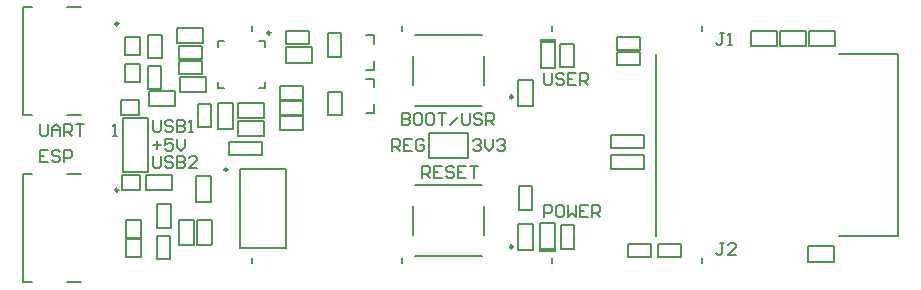
<source format=gto>
G04*
G04 #@! TF.GenerationSoftware,Altium Limited,Altium Designer,25.8.1 (18)*
G04*
G04 Layer_Color=65535*
%FSLAX25Y25*%
%MOIN*%
G70*
G04*
G04 #@! TF.SameCoordinates,507DAA70-145D-422E-80CD-167F3C6471A6*
G04*
G04*
G04 #@! TF.FilePolarity,Positive*
G04*
G01*
G75*
%ADD10C,0.00984*%
%ADD11C,0.00600*%
%ADD12C,0.00500*%
%ADD13C,0.00787*%
%ADD14R,0.05400X0.01700*%
D10*
X29804Y90579D02*
G03*
X29804Y90579I-492J0D01*
G01*
Y35079D02*
G03*
X29804Y35079I-492J0D01*
G01*
X161358Y16142D02*
G03*
X161358Y16142I-492J0D01*
G01*
Y66142D02*
G03*
X161358Y66142I-492J0D01*
G01*
X80492Y87500D02*
G03*
X80492Y87500I-492J0D01*
G01*
X66189Y41992D02*
G03*
X66189Y41992I-492J0D01*
G01*
D11*
X56100Y16700D02*
X60700D01*
X61200Y17200D01*
Y25300D01*
X56100D02*
X61200D01*
X56100Y16700D02*
Y25300D01*
X124419Y10850D02*
Y12350D01*
X224400Y10850D02*
Y12350D01*
X174419Y10850D02*
Y12350D01*
X74419Y10850D02*
Y12350D01*
X205200Y49100D02*
Y53600D01*
X197400D02*
X205200D01*
X197400Y49100D02*
X205200D01*
X193998Y49000D02*
Y53500D01*
Y49000D02*
X201798D01*
X193998Y53500D02*
X201798D01*
X74500Y88200D02*
Y89700D01*
X124500Y88200D02*
Y89700D01*
X174500Y88200D02*
Y89700D01*
X224500Y88200D02*
Y89700D01*
X48800Y63100D02*
Y68200D01*
X40200Y63100D02*
X48800D01*
X40200Y68200D02*
X48800D01*
X40200Y63100D02*
Y68200D01*
X69901Y53100D02*
Y58200D01*
X78501D01*
X69901Y53100D02*
X78501D01*
Y58200D01*
Y59100D02*
Y64200D01*
X69901Y59100D02*
X78501D01*
X69901Y64200D02*
X78501D01*
X69901Y59100D02*
Y64200D01*
X260000Y83000D02*
Y88100D01*
X268600D01*
X260000Y83000D02*
X268600D01*
Y88100D01*
X259700Y11300D02*
Y16400D01*
X268300D01*
X259700Y11300D02*
X268300D01*
Y16400D01*
X85700Y77600D02*
Y82700D01*
X94300D01*
X85700Y77600D02*
X94300D01*
Y82700D01*
X63100Y55468D02*
X68200D01*
X63100D02*
Y64068D01*
X68200Y55468D02*
Y64068D01*
X63100D02*
X68200D01*
X59001Y67800D02*
Y72900D01*
X50401Y67800D02*
X59001D01*
X50401Y72900D02*
X59001D01*
X50401Y67800D02*
Y72900D01*
X49400Y84100D02*
Y89200D01*
X58000D01*
X49400Y84100D02*
X58000D01*
Y89200D01*
X39200Y35100D02*
Y40200D01*
X47800D01*
X39200Y35100D02*
X47800D01*
Y40200D01*
X240900Y83100D02*
Y88200D01*
X249500D01*
X240900Y83100D02*
X249500D01*
Y88200D01*
X250400Y83000D02*
Y88100D01*
X259000D01*
X250400Y83000D02*
X259000D01*
Y88100D01*
X50100Y16700D02*
X55200D01*
X50100D02*
Y25300D01*
X55200Y16700D02*
Y25300D01*
X50100D02*
X55200D01*
X55600Y31200D02*
X60700D01*
X55600D02*
Y39800D01*
X60700Y31200D02*
Y39800D01*
X55600D02*
X60700D01*
X163100Y23800D02*
X168200D01*
Y15200D02*
Y23800D01*
X163100Y15200D02*
Y23800D01*
Y15200D02*
X168200D01*
X163100Y63200D02*
X168200D01*
X163100D02*
Y71800D01*
X168200Y63200D02*
Y71800D01*
X163100D02*
X168200D01*
X133500Y45750D02*
Y54250D01*
X146500D01*
Y45750D02*
Y54250D01*
X133500Y45750D02*
X146500D01*
X56300Y56100D02*
Y63900D01*
X60800D01*
Y56100D02*
Y63900D01*
X56300Y56100D02*
X60800D01*
X66698Y51200D02*
X74498D01*
X66698Y46700D02*
X74498D01*
X66698D02*
Y51200D01*
X31250Y59000D02*
X39750D01*
Y41000D02*
Y59000D01*
X31250Y41000D02*
X39750D01*
X31250D02*
Y59000D01*
X30779Y60000D02*
X36779D01*
X30779D02*
Y65000D01*
X36779D01*
Y60000D02*
Y65000D01*
X37000Y71000D02*
Y77000D01*
X32000Y71000D02*
X37000D01*
X32000D02*
Y77000D01*
X37000D01*
X32000Y80000D02*
Y86000D01*
X37000D01*
Y80000D02*
Y86000D01*
X32000Y80000D02*
X37000D01*
X44200Y68801D02*
Y76601D01*
X39700Y68801D02*
X44200D01*
X39700D02*
Y76601D01*
X44200D01*
X42800Y22600D02*
Y30400D01*
X47300D01*
Y22600D02*
Y30400D01*
X42800Y22600D02*
X47300D01*
X47200Y12100D02*
Y19900D01*
X42700Y12100D02*
X47200D01*
X42700D02*
Y19900D01*
X47200D01*
X177200Y83900D02*
X181700D01*
X177200Y76100D02*
Y83900D01*
Y76100D02*
X181700D01*
Y83900D01*
X177300Y15600D02*
X181800D01*
Y23400D01*
X177300D02*
X181800D01*
X177300Y15600D02*
Y23400D01*
X77900Y46800D02*
Y51300D01*
X70100D02*
X77900D01*
X70100Y46800D02*
X77900D01*
X170700Y75700D02*
X175500D01*
X170700D02*
Y85200D01*
X175500Y75700D02*
Y85200D01*
X170700D02*
X175500D01*
X170500Y24300D02*
X175300D01*
Y14800D02*
Y24300D01*
X170500Y14800D02*
Y24300D01*
Y14800D02*
X175300D01*
X93400Y83800D02*
Y88300D01*
X85600D02*
X93400D01*
X85600Y83800D02*
Y88300D01*
Y83800D02*
X93400D01*
X50100Y73700D02*
Y78200D01*
Y73700D02*
X57900D01*
Y78200D01*
X50100D02*
X57900D01*
X50100Y78700D02*
Y83200D01*
Y78700D02*
X57900D01*
Y83200D01*
X50100D02*
X57900D01*
X91400Y55300D02*
Y59800D01*
X83600D02*
X91400D01*
X83600Y55300D02*
Y59800D01*
Y55300D02*
X91400D01*
X83600Y65200D02*
Y69700D01*
Y65200D02*
X91400D01*
Y69700D01*
X83600D02*
X91400D01*
X39800Y79100D02*
X44300D01*
Y86900D01*
X39800D02*
X44300D01*
X39800Y79100D02*
Y86900D01*
X91400Y60300D02*
Y64800D01*
X83600D02*
X91400D01*
X83600Y60300D02*
Y64800D01*
Y60300D02*
X91400D01*
X37500Y12779D02*
Y18779D01*
X32500Y12779D02*
X37500D01*
X32500D02*
Y18779D01*
X37500D01*
X32500Y19279D02*
Y25280D01*
X37500D01*
Y19279D02*
Y25280D01*
X32500Y19279D02*
X37500D01*
X31000Y35000D02*
X37000D01*
X31000D02*
Y40000D01*
X37000D01*
Y35000D02*
Y40000D01*
X207400Y12800D02*
Y17300D01*
X199600D02*
X207400D01*
X199600Y12800D02*
Y17300D01*
Y12800D02*
X207400D01*
X217400D02*
Y17300D01*
X209600D02*
X217400D01*
X209600Y12800D02*
Y17300D01*
Y12800D02*
X217400D01*
X196100Y81700D02*
Y86200D01*
Y81700D02*
X203900D01*
Y86200D01*
X196100D02*
X203900D01*
X196100Y76700D02*
Y81200D01*
Y76700D02*
X203900D01*
Y81200D01*
X196100D02*
X203900D01*
X163300Y28600D02*
X167800D01*
Y36400D01*
X163300D02*
X167800D01*
X163300Y28600D02*
Y36400D01*
X99800Y60100D02*
X104300D01*
Y67900D01*
X99800D02*
X104300D01*
X99800Y60100D02*
Y67900D01*
X99700Y87400D02*
X104200D01*
X99700Y79600D02*
Y87400D01*
Y79600D02*
X104200D01*
Y87400D01*
X205200Y42300D02*
Y46800D01*
X197400D02*
X205200D01*
X197400Y42300D02*
X205200D01*
X193998Y42200D02*
Y46700D01*
Y42200D02*
X201798D01*
X193998Y46700D02*
X201798D01*
X171800Y74099D02*
Y70766D01*
X172467Y70100D01*
X173799D01*
X174466Y70766D01*
Y74099D01*
X178464Y73432D02*
X177798Y74099D01*
X176465D01*
X175799Y73432D01*
Y72766D01*
X176465Y72099D01*
X177798D01*
X178464Y71433D01*
Y70766D01*
X177798Y70100D01*
X176465D01*
X175799Y70766D01*
X182463Y74099D02*
X179797D01*
Y70100D01*
X182463D01*
X179797Y72099D02*
X181130D01*
X183796Y70100D02*
Y74099D01*
X185795D01*
X186462Y73432D01*
Y72099D01*
X185795Y71433D01*
X183796D01*
X185129D02*
X186462Y70100D01*
X171800Y26300D02*
Y30299D01*
X173799D01*
X174466Y29632D01*
Y28299D01*
X173799Y27633D01*
X171800D01*
X177798Y30299D02*
X176465D01*
X175799Y29632D01*
Y26966D01*
X176465Y26300D01*
X177798D01*
X178464Y26966D01*
Y29632D01*
X177798Y30299D01*
X179797D02*
Y26300D01*
X181130Y27633D01*
X182463Y26300D01*
Y30299D01*
X186462D02*
X183796D01*
Y26300D01*
X186462D01*
X183796Y28299D02*
X185129D01*
X187795Y26300D02*
Y30299D01*
X189794D01*
X190461Y29632D01*
Y28299D01*
X189794Y27633D01*
X187795D01*
X189128D02*
X190461Y26300D01*
X124300Y60899D02*
Y56900D01*
X126299D01*
X126966Y57566D01*
Y58233D01*
X126299Y58899D01*
X124300D01*
X126299D01*
X126966Y59566D01*
Y60232D01*
X126299Y60899D01*
X124300D01*
X130298D02*
X128965D01*
X128299Y60232D01*
Y57566D01*
X128965Y56900D01*
X130298D01*
X130965Y57566D01*
Y60232D01*
X130298Y60899D01*
X134297D02*
X132964D01*
X132297Y60232D01*
Y57566D01*
X132964Y56900D01*
X134297D01*
X134963Y57566D01*
Y60232D01*
X134297Y60899D01*
X136296D02*
X138962D01*
X137629D01*
Y56900D01*
X140295D02*
X142961Y59566D01*
X144294Y60899D02*
Y57566D01*
X144960Y56900D01*
X146293D01*
X146959Y57566D01*
Y60899D01*
X150958Y60232D02*
X150292Y60899D01*
X148959D01*
X148292Y60232D01*
Y59566D01*
X148959Y58899D01*
X150292D01*
X150958Y58233D01*
Y57566D01*
X150292Y56900D01*
X148959D01*
X148292Y57566D01*
X152291Y56900D02*
Y60899D01*
X154290D01*
X154957Y60232D01*
Y58899D01*
X154290Y58233D01*
X152291D01*
X153624D02*
X154957Y56900D01*
X131100Y39200D02*
Y43199D01*
X133099D01*
X133766Y42532D01*
Y41199D01*
X133099Y40533D01*
X131100D01*
X132433D02*
X133766Y39200D01*
X137765Y43199D02*
X135099D01*
Y39200D01*
X137765D01*
X135099Y41199D02*
X136432D01*
X141763Y42532D02*
X141097Y43199D01*
X139764D01*
X139097Y42532D01*
Y41866D01*
X139764Y41199D01*
X141097D01*
X141763Y40533D01*
Y39866D01*
X141097Y39200D01*
X139764D01*
X139097Y39866D01*
X145762Y43199D02*
X143096D01*
Y39200D01*
X145762D01*
X143096Y41199D02*
X144429D01*
X147095Y43199D02*
X149761D01*
X148428D01*
Y39200D01*
X121200Y48300D02*
Y52299D01*
X123199D01*
X123866Y51632D01*
Y50299D01*
X123199Y49633D01*
X121200D01*
X122533D02*
X123866Y48300D01*
X127865Y52299D02*
X125199D01*
Y48300D01*
X127865D01*
X125199Y50299D02*
X126532D01*
X131863Y51632D02*
X131197Y52299D01*
X129864D01*
X129197Y51632D01*
Y48966D01*
X129864Y48300D01*
X131197D01*
X131863Y48966D01*
Y50299D01*
X130530D01*
X148200Y51632D02*
X148866Y52299D01*
X150199D01*
X150866Y51632D01*
Y50966D01*
X150199Y50299D01*
X149533D01*
X150199D01*
X150866Y49633D01*
Y48966D01*
X150199Y48300D01*
X148866D01*
X148200Y48966D01*
X152199Y52299D02*
Y49633D01*
X153532Y48300D01*
X154865Y49633D01*
Y52299D01*
X156197Y51632D02*
X156864Y52299D01*
X158197D01*
X158863Y51632D01*
Y50966D01*
X158197Y50299D01*
X157530D01*
X158197D01*
X158863Y49633D01*
Y48966D01*
X158197Y48300D01*
X156864D01*
X156197Y48966D01*
X41500Y46499D02*
Y43166D01*
X42166Y42500D01*
X43499D01*
X44166Y43166D01*
Y46499D01*
X48164Y45832D02*
X47498Y46499D01*
X46165D01*
X45499Y45832D01*
Y45166D01*
X46165Y44499D01*
X47498D01*
X48164Y43833D01*
Y43166D01*
X47498Y42500D01*
X46165D01*
X45499Y43166D01*
X49497Y46499D02*
Y42500D01*
X51497D01*
X52163Y43166D01*
Y43833D01*
X51497Y44499D01*
X49497D01*
X51497D01*
X52163Y45166D01*
Y45832D01*
X51497Y46499D01*
X49497D01*
X56162Y42500D02*
X53496D01*
X56162Y45166D01*
Y45832D01*
X55496Y46499D01*
X54163D01*
X53496Y45832D01*
X41400Y50099D02*
X44066D01*
X42733Y51432D02*
Y48766D01*
X48065Y52099D02*
X45399D01*
Y50099D01*
X46732Y50766D01*
X47398D01*
X48065Y50099D01*
Y48766D01*
X47398Y48100D01*
X46065D01*
X45399Y48766D01*
X49397Y52099D02*
Y49433D01*
X50730Y48100D01*
X52063Y49433D01*
Y52099D01*
X41500Y58399D02*
Y55066D01*
X42166Y54400D01*
X43499D01*
X44166Y55066D01*
Y58399D01*
X48164Y57732D02*
X47498Y58399D01*
X46165D01*
X45499Y57732D01*
Y57066D01*
X46165Y56399D01*
X47498D01*
X48164Y55733D01*
Y55066D01*
X47498Y54400D01*
X46165D01*
X45499Y55066D01*
X49497Y58399D02*
Y54400D01*
X51497D01*
X52163Y55066D01*
Y55733D01*
X51497Y56399D01*
X49497D01*
X51497D01*
X52163Y57066D01*
Y57732D01*
X51497Y58399D01*
X49497D01*
X53496Y54400D02*
X54829D01*
X54163D01*
Y58399D01*
X53496Y57732D01*
X3600Y57099D02*
Y53766D01*
X4266Y53100D01*
X5599D01*
X6266Y53766D01*
Y57099D01*
X7599Y53100D02*
Y55766D01*
X8932Y57099D01*
X10265Y55766D01*
Y53100D01*
Y55099D01*
X7599D01*
X11597Y53100D02*
Y57099D01*
X13597D01*
X14263Y56432D01*
Y55099D01*
X13597Y54433D01*
X11597D01*
X12930D02*
X14263Y53100D01*
X15596Y57099D02*
X18262D01*
X16929D01*
Y53100D01*
X6266Y48599D02*
X3600D01*
Y44600D01*
X6266D01*
X3600Y46599D02*
X4933D01*
X10265Y47932D02*
X9598Y48599D01*
X8265D01*
X7599Y47932D01*
Y47266D01*
X8265Y46599D01*
X9598D01*
X10265Y45933D01*
Y45266D01*
X9598Y44600D01*
X8265D01*
X7599Y45266D01*
X11597Y44600D02*
Y48599D01*
X13597D01*
X14263Y47932D01*
Y46599D01*
X13597Y45933D01*
X11597D01*
X231766Y17599D02*
X230433D01*
X231099D01*
Y14266D01*
X230433Y13600D01*
X229766D01*
X229100Y14266D01*
X235765Y13600D02*
X233099D01*
X235765Y16266D01*
Y16932D01*
X235098Y17599D01*
X233765D01*
X233099Y16932D01*
X231766Y87599D02*
X230433D01*
X231099D01*
Y84266D01*
X230433Y83600D01*
X229766D01*
X229100Y84266D01*
X233099Y83600D02*
X234432D01*
X233765D01*
Y87599D01*
X233099Y86932D01*
X28100Y53100D02*
X29433D01*
X28766D01*
Y57099D01*
X28100Y56432D01*
D12*
X289799Y19685D02*
Y80315D01*
X269917Y19685D02*
X289799D01*
X209090D02*
Y80315D01*
X269917D02*
X289799D01*
D13*
X12580Y95992D02*
X17501D01*
X-1889D02*
X965D01*
X-1889Y60008D02*
Y95992D01*
X12580Y60008D02*
X17501D01*
X-1889D02*
X965D01*
X-1889Y4508D02*
X965D01*
X12580D02*
X17501D01*
X-1889D02*
Y40492D01*
X965D01*
X12580D02*
X17501D01*
X128878Y13189D02*
X151122D01*
X128189Y20177D02*
Y29823D01*
X128878Y36811D02*
X151122D01*
X151811Y20177D02*
Y29823D01*
Y70177D02*
Y79823D01*
X128878Y86811D02*
X151122D01*
X128189Y70177D02*
Y79823D01*
X128878Y63189D02*
X151122D01*
X63126Y69126D02*
Y71095D01*
Y69126D02*
X65095D01*
X78874D02*
Y71095D01*
X76906Y69126D02*
X78874D01*
X63126Y82906D02*
Y84874D01*
X65095D01*
X78874Y82906D02*
Y84874D01*
X76906D02*
X78874D01*
X70323Y15811D02*
Y42189D01*
X85677Y15811D02*
Y42189D01*
X70323D02*
X85677D01*
X70323Y15811D02*
X85677D01*
X112500Y60791D02*
X115059D01*
Y63646D01*
X112500Y72209D02*
X115059D01*
Y69354D02*
Y72209D01*
X112500Y75291D02*
X115059D01*
Y78146D01*
X112500Y86709D02*
X115059D01*
Y83854D02*
Y86709D01*
D14*
X173100Y84750D02*
D03*
X172900Y15250D02*
D03*
M02*

</source>
